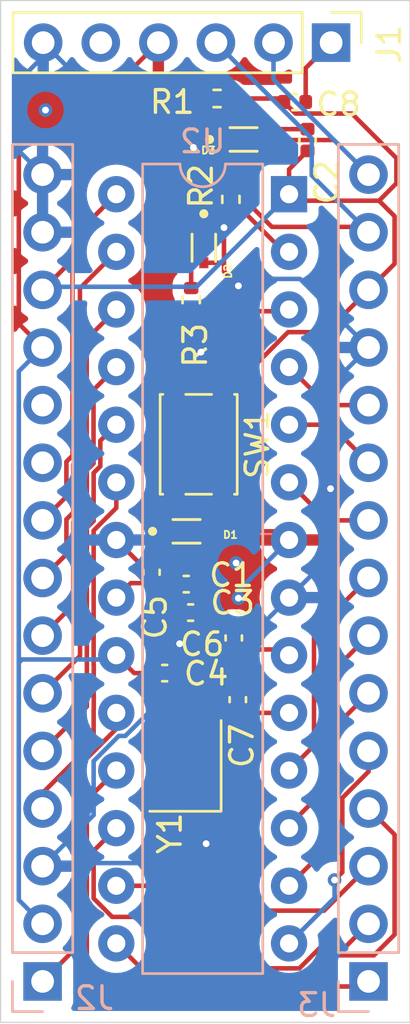
<source format=kicad_pcb>
(kicad_pcb (version 20240108) (generator "pcbnew") (generator_version "8.0")
  (layers (0 "F.Cu" signal) (31 "B.Cu" signal) (34 "B.Paste" user) (35 "F.Paste" user) (36 "B.SilkS" user "B.Silkscreen") (37 "F.SilkS" user "F.Silkscreen") (38 "B.Mask" user) (39 "F.Mask" user) (44 "Edge.Cuts" user))
  (net 0 "")
  (net 1 "+5V")
  (net 2 "GND")
  (net 3 "RESET")
  (net 4 "Net-(U2-AREF)")
  (net 5 "Net-(U2-XTAL1{slash}PB6)")
  (net 6 "Net-(U2-XTAL2{slash}PB7)")
  (net 7 "Net-(J1-Pin_1)")
  (net 8 "RX{slash}D0")
  (net 9 "TX{slash}D1")
  (net 11 "A2")
  (net 12 "D13")
  (net 13 "A3")
  (net 14 "A1")
  (net 15 "A0")
  (net 16 "A4")
  (net 17 "A5")
  (net 18 "D11")
  (net 19 "D2")
  (net 20 "D12")
  (net 21 "D9")
  (net 22 "D10")
  (net 23 "D6")
  (net 24 "D4")
  (net 25 "D5")
  (net 26 "D3")
  (net 27 "D8")
  (net 28 "D7")
  (net 29 "Net-(U2-PD0)")
  (net 30 "Net-(U2-PD1)")
  (footprint "Crystal:Crystal_SMD_SeikoEpson_TSX3225-4Pin_3.2x2.5mm" (layer "F.Cu") (at 112.9792 63.7286 90)
    (property "Reference" "Y1" (at -2.9718 -0.6858 -90) (layer "F.SilkS"))
    (property "Value" "X322516MLB4SI" (hide yes))
    (fp_line (start -2 -1.575) (end -2 1.575) (stroke (width 0.12)) (layer "F.SilkS"))
    (fp_line (start -2 1.575) (end 2 1.575) (stroke (width 0.12)) (layer "F.SilkS"))
    (pad "1" smd rect (at -1.1 0.8 90) (size 1.4 1.15) (layers "F.Cu" "F.Paste" "F.Mask") (net 6 "Net-(U2-XTAL2{slash}PB7)"))
    (pad "2" smd rect (at 1.1 0.8 90) (size 1.4 1.15) (layers "F.Cu" "F.Paste" "F.Mask") (net 2 "GND"))
    (pad "3" smd rect (at 1.1 -0.8 90) (size 1.4 1.15) (layers "F.Cu" "F.Paste" "F.Mask") (net 5 "Net-(U2-XTAL1{slash}PB6)"))
    (pad "4" smd rect (at -1.1 -0.8 90) (size 1.4 1.15) (layers "F.Cu" "F.Paste" "F.Mask") (net 2 "GND"))
  )
  (footprint "Capacitor_SMD:C_0402_1005Metric" (layer "F.Cu") (at 117.8052 34.4678)
    (property "Reference" "C8" (at 1.9304 0.1016 0) (layer "F.SilkS"))
    (property "Value" "0.1uF")
    (fp_line (start -0.107836 -0.36) (end 0.107836 -0.36) (stroke (width 0.12)) (layer "F.SilkS"))
    (fp_line (start -0.107836 0.36) (end 0.107836 0.36) (stroke (width 0.12)) (layer "F.SilkS"))
    (pad "1" smd roundrect (at -0.48 0) (size 0.56 0.62) (layers "F.Cu" "F.Paste" "F.Mask") (net 3 "RESET"))
    (pad "2" smd roundrect (at 0.48 0) (size 0.56 0.62) (layers "F.Cu" "F.Paste" "F.Mask") (net 7 "Net-(J1-Pin_1)"))
  )
  (footprint "huella y simbolos:TVS_LESD5D5.0CT1G" (layer "F.Cu") (at 113.792 40.894 -90)
    (property "Reference" "D2" (at 1.0414 -1.0668 90) (layer "F.SilkS") (effects (font (size 0.32 0.32))))
    (property "Value" "LESD5D5.0CT1G" (hide yes))
    (fp_line (start 0.6 0.52) (end -0.6 0.52) (stroke (width 0.127)) (layer "F.SilkS"))
    (fp_line (start -0.6 -0.52) (end 0.6 -0.52) (stroke (width 0.127)) (layer "F.SilkS"))
    (fp_circle (center -1.5 0) (end -1.4 0) (stroke (width 0.2)) (fill none) (layer "F.SilkS"))
    (pad "1" smd rect (at -0.66 0 270) (size 0.48 0.4) (layers "F.Cu" "F.Paste" "F.Mask") (net 8 "RX{slash}D0"))
    (pad "2" smd rect (at 0.66 0 270) (size 0.48 0.4) (layers "F.Cu" "F.Paste" "F.Mask") (net 2 "GND"))
  )
  (footprint "Capacitor_SMD:C_0402_1005Metric" (layer "F.Cu") (at 113.0172 55.7176 180)
    (property "Reference" "C1" (at -1.994 0.3964 180) (layer "F.SilkS"))
    (property "Value" "4.7uF")
    (fp_line (start -0.107836 0.36) (end 0.107836 0.36) (stroke (width 0.12)) (layer "F.SilkS"))
    (fp_line (start -0.107836 -0.36) (end 0.107836 -0.36) (stroke (width 0.12)) (layer "F.SilkS"))
    (pad "1" smd roundrect (at -0.48 0 180) (size 0.56 0.62) (layers "F.Cu" "F.Paste" "F.Mask") (net 1 "+5V"))
    (pad "2" smd roundrect (at 0.48 0 180) (size 0.56 0.62) (layers "F.Cu" "F.Paste" "F.Mask") (net 2 "GND"))
  )
  (footprint "Connector_PinHeader_2.54mm:PinHeader_1x06_P2.54mm_Vertical" (layer "F.Cu") (at 119.4054 31.8516 -90)
    (property "Reference" "J1" (at 0.0762 -2.5654 90) (layer "F.SilkS"))
    (property "Value" "Screw_Terminal_01x06" (hide yes))
    (fp_line (start -1.33 14.03) (end 1.33 14.03) (stroke (width 0.12)) (layer "F.SilkS"))
    (fp_line (start -1.33 1.27) (end -1.33 14.03) (stroke (width 0.12)) (layer "F.SilkS"))
    (fp_line (start -1.33 1.27) (end 1.33 1.27) (stroke (width 0.12)) (layer "F.SilkS"))
    (fp_line (start 1.33 1.27) (end 1.33 14.03) (stroke (width 0.12)) (layer "F.SilkS"))
    (fp_line (start -1.33 0) (end -1.33 -1.33) (stroke (width 0.12)) (layer "F.SilkS"))
    (fp_line (start -1.33 -1.33) (end 0 -1.33) (stroke (width 0.12)) (layer "F.SilkS"))
    (pad "1" thru_hole rect (at 0 0 270) (size 1.7 1.7) (drill 1) (layers "*.Cu" "*.Mask") (net 7 "Net-(J1-Pin_1)"))
    (pad "2" thru_hole oval (at 0 2.54 270) (size 1.7 1.7) (drill 1) (layers "*.Cu" "*.Mask") (net 9 "TX{slash}D1"))
    (pad "3" thru_hole oval (at 0 5.08 270) (size 1.7 1.7) (drill 1) (layers "*.Cu" "*.Mask") (net 8 "RX{slash}D0"))
    (pad "4" thru_hole oval (at 0 7.62 270) (size 1.7 1.7) (drill 1) (layers "*.Cu" "*.Mask") (net 1 "+5V"))
    (pad "5" thru_hole oval (at 0 10.16 270) (size 1.7 1.7) (drill 1) (layers "*.Cu" "*.Mask"))
    (pad "6" thru_hole oval (at 0 12.7 270) (size 1.7 1.7) (drill 1) (layers "*.Cu" "*.Mask") (net 2 "GND"))
  )
  (footprint "Resistor_SMD:R_0402_1005Metric" (layer "F.Cu") (at 114.9858 38.7604 90)
    (property "Reference" "R2" (at 0.5842 -1.3208 -90) (layer "F.SilkS"))
    (property "Value" "1K")
    (fp_line (start -0.153641 -0.38) (end 0.153641 -0.38) (stroke (width 0.12)) (layer "F.SilkS"))
    (fp_line (start -0.153641 0.38) (end 0.153641 0.38) (stroke (width 0.12)) (layer "F.SilkS"))
    (pad "1" smd roundrect (at -0.51 0 90) (size 0.54 0.64) (layers "F.Cu" "F.Paste" "F.Mask") (net 29 "Net-(U2-PD0)"))
    (pad "2" smd roundrect (at 0.51 0 90) (size 0.54 0.64) (layers "F.Cu" "F.Paste" "F.Mask") (net 8 "RX{slash}D0"))
  )
  (footprint "Resistor_SMD:R_0402_1005Metric" (layer "F.Cu") (at 113.2332 43.18 90)
    (property "Reference" "R3" (at -2.0086 0.1778 -90) (layer "F.SilkS"))
    (property "Value" "1K")
    (fp_line (start -0.153641 -0.38) (end 0.153641 -0.38) (stroke (width 0.12)) (layer "F.SilkS"))
    (fp_line (start -0.153641 0.38) (end 0.153641 0.38) (stroke (width 0.12)) (layer "F.SilkS"))
    (pad "1" smd roundrect (at -0.51 0 90) (size 0.54 0.64) (layers "F.Cu" "F.Paste" "F.Mask") (net 30 "Net-(U2-PD1)"))
    (pad "2" smd roundrect (at 0.51 0 90) (size 0.54 0.64) (layers "F.Cu" "F.Paste" "F.Mask") (net 9 "TX{slash}D1"))
  )
  (footprint "Capacitor_SMD:C_0402_1005Metric" (layer "F.Cu") (at 118.364 36.1442 -90)
    (property "Reference" "C2" (at 1.8542 -0.8636 90) (layer "F.SilkS"))
    (property "Value" "0.1uF")
    (fp_line (start -0.107836 0.36) (end 0.107836 0.36) (stroke (width 0.12)) (layer "F.SilkS"))
    (fp_line (start -0.107836 -0.36) (end 0.107836 -0.36) (stroke (width 0.12)) (layer "F.SilkS"))
    (pad "1" smd roundrect (at -0.48 0 270) (size 0.56 0.62) (layers "F.Cu" "F.Paste" "F.Mask") (net 2 "GND"))
    (pad "2" smd roundrect (at 0.48 0 270) (size 0.56 0.62) (layers "F.Cu" "F.Paste" "F.Mask") (net 3 "RESET"))
  )
  (footprint "Button_Switch_SMD:SW_SPST_PTS810" (layer "F.Cu") (at 113.5634 49.5554 90)
    (property "Reference" "SW1" (at 0 2.5908 -90) (layer "F.SilkS"))
    (property "Value" "PTS810")
    (fp_line (start 2.2 -1.7) (end -2.2 -1.7) (stroke (width 0.12)) (layer "F.SilkS"))
    (fp_line (start -2.2 -1.7) (end -2.2 -1.58) (stroke (width 0.12)) (layer "F.SilkS"))
    (fp_line (start 2.2 -1.58) (end 2.2 -1.7) (stroke (width 0.12)) (layer "F.SilkS"))
    (fp_line (start -2.2 -0.57) (end -2.2 0.57) (stroke (width 0.12)) (layer "F.SilkS"))
    (fp_line (start 2.2 0.57) (end 2.2 -0.57) (stroke (width 0.12)) (layer "F.SilkS"))
    (fp_line (start -2.2 1.58) (end -2.2 1.7) (stroke (width 0.12)) (layer "F.SilkS"))
    (fp_line (start 2.2 1.7) (end 2.2 1.58) (stroke (width 0.12)) (layer "F.SilkS"))
    (fp_line (start -2.2 1.7) (end 2.2 1.7) (stroke (width 0.12)) (layer "F.SilkS"))
    (pad "1" smd rect (at -2.075 -1.075 90) (size 1.05 0.65) (layers "F.Cu" "F.Paste" "F.Mask") (net 2 "GND"))
    (pad "1" smd rect (at 2.075 -1.075 90) (size 1.05 0.65) (layers "F.Cu" "F.Paste" "F.Mask") (net 2 "GND"))
    (pad "2" smd rect (at -2.075 1.075 90) (size 1.05 0.65) (layers "F.Cu" "F.Paste" "F.Mask") (net 3 "RESET"))
    (pad "2" smd rect (at 2.075 1.075 90) (size 1.05 0.65) (layers "F.Cu" "F.Paste" "F.Mask") (net 3 "RESET"))
  )
  (footprint "Capacitor_SMD:C_0402_1005Metric" (layer "F.Cu") (at 113.2104 56.9722 180)
    (property "Reference" "C3" (at -1.8516 0.4318 180) (layer "F.SilkS"))
    (property "Value" "1uF")
    (fp_line (start -0.107836 0.36) (end 0.107836 0.36) (stroke (width 0.12)) (layer "F.SilkS"))
    (fp_line (start -0.107836 -0.36) (end 0.107836 -0.36) (stroke (width 0.12)) (layer "F.SilkS"))
    (pad "1" smd roundrect (at -0.48 0 180) (size 0.56 0.62) (layers "F.Cu" "F.Paste" "F.Mask") (net 1 "+5V"))
    (pad "2" smd roundrect (at 0.48 0 180) (size 0.56 0.62) (layers "F.Cu" "F.Paste" "F.Mask") (net 2 "GND"))
  )
  (footprint "Resistor_SMD:R_0402_1005Metric" (layer "F.Cu") (at 114.3762 34.3154)
    (property "Reference" "R1" (at -1.9812 0.1524 0) (layer "F.SilkS"))
    (property "Value" "10k")
    (fp_line (start -0.153641 -0.38) (end 0.153641 -0.38) (stroke (width 0.12)) (layer "F.SilkS"))
    (fp_line (start -0.153641 0.38) (end 0.153641 0.38) (stroke (width 0.12)) (layer "F.SilkS"))
    (pad "1" smd roundrect (at -0.51 0) (size 0.54 0.64) (layers "F.Cu" "F.Paste" "F.Mask") (net 1 "+5V"))
    (pad "2" smd roundrect (at 0.51 0) (size 0.54 0.64) (layers "F.Cu" "F.Paste" "F.Mask") (net 3 "RESET"))
  )
  (footprint "Capacitor_SMD:C_0402_1005Metric" (layer "F.Cu") (at 115.1128 58.0898 90)
    (property "Reference" "C6" (at -0.2794 -1.397 0) (layer "F.SilkS"))
    (property "Value" "22pF")
    (fp_line (start -0.107836 -0.36) (end 0.107836 -0.36) (stroke (width 0.12)) (layer "F.SilkS"))
    (fp_line (start -0.107836 0.36) (end 0.107836 0.36) (stroke (width 0.12)) (layer "F.SilkS"))
    (pad "1" smd roundrect (at -0.48 0 90) (size 0.56 0.62) (layers "F.Cu" "F.Paste" "F.Mask") (net 5 "Net-(U2-XTAL1{slash}PB6)"))
    (pad "2" smd roundrect (at 0.48 0 90) (size 0.56 0.62) (layers "F.Cu" "F.Paste" "F.Mask") (net 2 "GND"))
  )
  (footprint "Capacitor_SMD:C_0402_1005Metric" (layer "F.Cu") (at 112.0648 59.6392)
    (property "Reference" "C4" (at 1.8288 0.0254 0) (layer "F.SilkS"))
    (property "Value" "1uF")
    (fp_line (start -0.107836 -0.36) (end 0.107836 -0.36) (stroke (width 0.12)) (layer "F.SilkS"))
    (fp_line (start -0.107836 0.36) (end 0.107836 0.36) (stroke (width 0.12)) (layer "F.SilkS"))
    (pad "1" smd roundrect (at -0.48 0) (size 0.56 0.62) (layers "F.Cu" "F.Paste" "F.Mask") (net 1 "+5V"))
    (pad "2" smd roundrect (at 0.48 0) (size 0.56 0.62) (layers "F.Cu" "F.Paste" "F.Mask") (net 2 "GND"))
  )
  (footprint "huella y simbolos:TVS_LESD5D5.0CT1G" (layer "F.Cu") (at 115.5446 36.1188)
    (property "Reference" "D3" (at -1.5494 0.4826 0) (layer "F.SilkS") (effects (font (size 0.32 0.32) (thickness 0.08))))
    (property "Value" "LESD5D5.0CT1G" (hide yes))
    (fp_line (start -0.6 -0.52) (end 0.6 -0.52) (stroke (width 0.127)) (layer "F.SilkS"))
    (fp_line (start 0.6 0.52) (end -0.6 0.52) (stroke (width 0.127)) (layer "F.SilkS"))
    (fp_circle (center -1.5 0) (end -1.4 0) (stroke (width 0.2)) (fill none) (layer "F.SilkS"))
    (pad "1" smd rect (at -0.66 0) (size 0.48 0.4) (layers "F.Cu" "F.Paste" "F.Mask") (net 2 "GND"))
    (pad "2" smd rect (at 0.66 0) (size 0.48 0.4) (layers "F.Cu" "F.Paste" "F.Mask") (net 9 "TX{slash}D1"))
  )
  (footprint "huella y simbolos:TVS_LESD5D5.0CT1G" (layer "F.Cu") (at 113.0304 53.3908)
    (property "Reference" "D1" (at 1.9304 0.1524 0) (layer "F.SilkS") (effects (font (size 0.32 0.32) (thickness 0.08))))
    (property "Value" "LESD5D5.0CT1G" (hide yes))
    (fp_line (start -0.6 -0.52) (end 0.6 -0.52) (stroke (width 0.127)) (layer "F.SilkS"))
    (fp_line (start 0.6 0.52) (end -0.6 0.52) (stroke (width 0.127)) (layer "F.SilkS"))
    (fp_circle (center -1.5 0) (end -1.4 0) (stroke (width 0.2)) (fill none) (layer "F.SilkS"))
    (pad "1" smd rect (at -0.66 0) (size 0.48 0.4) (layers "F.Cu" "F.Paste" "F.Mask") (net 2 "GND"))
    (pad "2" smd rect (at 0.66 0) (size 0.48 0.4) (layers "F.Cu" "F.Paste" "F.Mask") (net 1 "+5V"))
  )
  (footprint "Capacitor_SMD:C_0402_1005Metric" (layer "F.Cu") (at 111.4806 55.1942 -90)
    (property "Reference" "C5" (at 1.9812 -0.1524 90) (layer "F.SilkS"))
    (property "Value" "100 nF")
    (fp_line (start -0.107836 0.36) (end 0.107836 0.36) (stroke (width 0.12)) (layer "F.SilkS"))
    (fp_line (start -0.107836 -0.36) (end 0.107836 -0.36) (stroke (width 0.12)) (layer "F.SilkS"))
    (pad "1" smd roundrect (at -0.48 0 270) (size 0.56 0.62) (layers "F.Cu" "F.Paste" "F.Mask") (net 2 "GND"))
    (pad "2" smd roundrect (at 0.48 0 270) (size 0.56 0.62) (layers "F.Cu" "F.Paste" "F.Mask") (net 4 "Net-(U2-AREF)"))
  )
  (footprint "Capacitor_SMD:C_0402_1005Metric" (layer "F.Cu") (at 115.2906 60.8076 90)
    (property "Reference" "C7" (at -2.032 0.1778 -90) (layer "F.SilkS"))
    (property "Value" "22pF")
    (fp_line (start -0.107836 -0.36) (end 0.107836 -0.36) (stroke (width 0.12)) (layer "F.SilkS"))
    (fp_line (start -0.107836 0.36) (end 0.107836 0.36) (stroke (width 0.12)) (layer "F.SilkS"))
    (pad "1" smd roundrect (at -0.48 0 90) (size 0.56 0.62) (layers "F.Cu" "F.Paste" "F.Mask") (net 6 "Net-(U2-XTAL2{slash}PB7)"))
    (pad "2" smd roundrect (at 0.48 0 90) (size 0.56 0.62) (layers "F.Cu" "F.Paste" "F.Mask") (net 2 "GND"))
  )
  (footprint "Connector_PinHeader_2.54mm:PinHeader_1x15_P2.54mm_Vertical" (layer "B.Cu") (at 121.0564 73.2282)
    (property "Reference" "J3" (at -2.286 1.0414 0) (layer "B.SilkS") (effects (justify mirror)))
    (property "Value" "Screw_Terminal_01x15" (hide yes))
    (fp_line (start -1.33 -36.89) (end -1.33 -1.27) (stroke (width 0.12)) (layer "B.SilkS"))
    (fp_line (start -1.33 1.33) (end -1.33 0) (stroke (width 0.12)) (layer "B.SilkS"))
    (fp_line (start 0 1.33) (end -1.33 1.33) (stroke (width 0.12)) (layer "B.SilkS"))
    (fp_line (start 1.33 -36.89) (end -1.33 -36.89) (stroke (width 0.12)) (layer "B.SilkS"))
    (fp_line (start 1.33 -36.89) (end 1.33 -1.27) (stroke (width 0.12)) (layer "B.SilkS"))
    (fp_line (start 1.33 -1.27) (end -1.33 -1.27) (stroke (width 0.12)) (layer "B.SilkS"))
    (pad "1" thru_hole rect (at 0 0) (size 1.7 1.7) (drill 1) (layers "*.Cu" "*.Mask") (net 20 "D12"))
    (pad "2" thru_hole oval (at 0 -2.54) (size 1.7 1.7) (drill 1) (layers "*.Cu" "*.Mask") (net 18 "D11"))
    (pad "3" thru_hole oval (at 0 -5.08) (size 1.7 1.7) (drill 1) (layers "*.Cu" "*.Mask") (net 22 "D10"))
    (pad "4" thru_hole oval (at 0 -7.62) (size 1.7 1.7) (drill 1) (layers "*.Cu" "*.Mask") (net 21 "D9"))
    (pad "5" thru_hole oval (at 0 -10.16) (size 1.7 1.7) (drill 1) (layers "*.Cu" "*.Mask") (net 27 "D8"))
    (pad "6" thru_hole oval (at 0 -12.7) (size 1.7 1.7) (drill 1) (layers "*.Cu" "*.Mask") (net 28 "D7"))
    (pad "7" thru_hole oval (at 0 -15.24) (size 1.7 1.7) (drill 1) (layers "*.Cu" "*.Mask") (net 23 "D6"))
    (pad "8" thru_hole oval (at 0 -17.78) (size 1.7 1.7) (drill 1) (layers "*.Cu" "*.Mask") (net 25 "D5"))
    (pad "9" thru_hole oval (at 0 -20.32) (size 1.7 1.7) (drill 1) (layers "*.Cu" "*.Mask") (net 24 "D4"))
    (pad "10" thru_hole oval (at 0 -22.86) (size 1.7 1.7) (drill 1) (layers "*.Cu" "*.Mask") (net 26 "D3"))
    (pad "11" thru_hole oval (at 0 -25.4) (size 1.7 1.7) (drill 1) (layers "*.Cu" "*.Mask") (net 19 "D2"))
    (pad "12" thru_hole oval (at 0 -27.94) (size 1.7 1.7) (drill 1) (layers "*.Cu" "*.Mask") (net 2 "GND"))
    (pad "13" thru_hole oval (at 0 -30.48) (size 1.7 1.7) (drill 1) (layers "*.Cu" "*.Mask") (net 3 "RESET"))
    (pad "14" thru_hole oval (at 0 -33.02) (size 1.7 1.7) (drill 1) (layers "*.Cu" "*.Mask") (net 8 "RX{slash}D0"))
    (pad "15" thru_hole oval (at 0 -35.56) (size 1.7 1.7) (drill 1) (layers "*.Cu" "*.Mask") (net 9 "TX{slash}D1"))
  )
  (footprint "Connector_PinHeader_2.54mm:PinHeader_1x15_P2.54mm_Vertical" (layer "B.Cu") (at 106.68 73.2282)
    (property "Reference" "J2" (at 2.286 0.7366 0) (layer "B.SilkS") (effects (justify mirror)))
    (property "Value" "Screw_Terminal_01x15" (hide yes))
    (fp_line (start -1.33 -36.89) (end -1.33 -1.27) (stroke (width 0.12)) (layer "B.SilkS"))
    (fp_line (start -1.33 1.33) (end -1.33 0) (stroke (width 0.12)) (layer "B.SilkS"))
    (fp_line (start 0 1.33) (end -1.33 1.33) (stroke (width 0.12)) (layer "B.SilkS"))
    (fp_line (start 1.33 -36.89) (end -1.33 -36.89) (stroke (width 0.12)) (layer "B.SilkS"))
    (fp_line (start 1.33 -36.89) (end 1.33 -1.27) (stroke (width 0.12)) (layer "B.SilkS"))
    (fp_line (start 1.33 -1.27) (end -1.33 -1.27) (stroke (width 0.12)) (layer "B.SilkS"))
    (pad "1" thru_hole rect (at 0 0) (size 1.7 1.7) (drill 1) (layers "*.Cu" "*.Mask") (net 12 "D13"))
    (pad "2" thru_hole oval (at 0 -2.54) (size 1.7 1.7) (drill 1) (layers "*.Cu" "*.Mask") (net 1 "+5V"))
    (pad "3" thru_hole oval (at 0 -5.08) (size 1.7 1.7) (drill 1) (layers "*.Cu" "*.Mask") (net 2 "GND"))
    (pad "4" thru_hole oval (at 0 -7.62) (size 1.7 1.7) (drill 1) (layers "*.Cu" "*.Mask") (net 15 "A0"))
    (pad "5" thru_hole oval (at 0 -10.16) (size 1.7 1.7) (drill 1) (layers "*.Cu" "*.Mask") (net 14 "A1"))
    (pad "6" thru_hole oval (at 0 -12.7) (size 1.7 1.7) (drill 1) (layers "*.Cu" "*.Mask") (net 11 "A2"))
    (pad "7" thru_hole oval (at 0 -15.24) (size 1.7 1.7) (drill 1) (layers "*.Cu" "*.Mask") (net 13 "A3"))
    (pad "8" thru_hole oval (at 0 -17.78) (size 1.7 1.7) (drill 1) (layers "*.Cu" "*.Mask") (net 16 "A4"))
    (pad "9" thru_hole oval (at 0 -20.32) (size 1.7 1.7) (drill 1) (layers "*.Cu" "*.Mask") (net 17 "A5"))
    (pad "10" thru_hole oval (at 0 -22.86) (size 1.7 1.7) (drill 1) (layers "*.Cu" "*.Mask"))
    (pad "11" thru_hole oval (at 0 -25.4) (size 1.7 1.7) (drill 1) (layers "*.Cu" "*.Mask"))
    (pad "12" thru_hole oval (at 0 -27.94) (size 1.7 1.7) (drill 1) (layers "*.Cu" "*.Mask") (net 1 "+5V"))
    (pad "13" thru_hole oval (at 0 -30.48) (size 1.7 1.7) (drill 1) (layers "*.Cu" "*.Mask") (net 3 "RESET"))
    (pad "14" thru_hole oval (at 0 -33.02) (size 1.7 1.7) (drill 1) (layers "*.Cu" "*.Mask") (net 2 "GND"))
    (pad "15" thru_hole oval (at 0 -35.56) (size 1.7 1.7) (drill 1) (layers "*.Cu" "*.Mask") (net 2 "GND"))
  )
  (footprint "Package_DIP:DIP-28_W7.62mm" (layer "B.Cu") (at 117.5512 38.5318 180)
    (property "Reference" "U2" (at 3.81 2.33 180) (layer "B.SilkS") (effects (justify mirror)))
    (property "Value" "ATmega328P-P" (hide yes))
    (fp_line (start 6.46 1.33) (end 6.46 -34.35) (stroke (width 0.12)) (layer "B.SilkS"))
    (fp_line (start 6.46 -34.35) (end 1.16 -34.35) (stroke (width 0.12)) (layer "B.SilkS"))
    (fp_line (start 4.81 1.33) (end 6.46 1.33) (stroke (width 0.12)) (layer "B.SilkS"))
    (fp_line (start 1.16 1.33) (end 2.81 1.33) (stroke (width 0.12)) (layer "B.SilkS"))
    (fp_line (start 1.16 -34.35) (end 1.16 1.33) (stroke (width 0.12)) (layer "B.SilkS"))
    (fp_arc (start 2.81 1.33) (mid 3.81 0.33) (end 4.81 1.33) (stroke (width 0.12)) (layer "B.SilkS"))
    (pad "1" thru_hole rect (at 0 0 180) (size 1.6 1.6) (drill 0.8) (layers "*.Cu" "*.Mask") (net 3 "RESET"))
    (pad "2" thru_hole oval (at 0 -2.54 180) (size 1.6 1.6) (drill 0.8) (layers "*.Cu" "*.Mask") (net 29 "Net-(U2-PD0)"))
    (pad "3" thru_hole oval (at 0 -5.08 180) (size 1.6 1.6) (drill 0.8) (layers "*.Cu" "*.Mask") (net 30 "Net-(U2-PD1)"))
    (pad "4" thru_hole oval (at 0 -7.62 180) (size 1.6 1.6) (drill 0.8) (layers "*.Cu" "*.Mask") (net 19 "D2"))
    (pad "5" thru_hole oval (at 0 -10.16 180) (size 1.6 1.6) (drill 0.8) (layers "*.Cu" "*.Mask") (net 26 "D3"))
    (pad "6" thru_hole oval (at 0 -12.7 180) (size 1.6 1.6) (drill 0.8) (layers "*.Cu" "*.Mask") (net 24 "D4"))
    (pad "7" thru_hole oval (at 0 -15.24 180) (size 1.6 1.6) (drill 0.8) (layers "*.Cu" "*.Mask") (net 1 "+5V"))
    (pad "8" thru_hole oval (at 0 -17.78 180) (size 1.6 1.6) (drill 0.8) (layers "*.Cu" "*.Mask") (net 2 "GND"))
    (pad "9" thru_hole oval (at 0 -20.32 180) (size 1.6 1.6) (drill 0.8) (layers "*.Cu" "*.Mask") (net 5 "Net-(U2-XTAL1{slash}PB6)"))
    (pad "10" thru_hole oval (at 0 -22.86 180) (size 1.6 1.6) (drill 0.8) (layers "*.Cu" "*.Mask") (net 6 "Net-(U2-XTAL2{slash}PB7)"))
    (pad "11" thru_hole oval (at 0 -25.4 180) (size 1.6 1.6) (drill 0.8) (layers "*.Cu" "*.Mask") (net 25 "D5"))
    (pad "12" thru_hole oval (at 0 -27.94 180) (size 1.6 1.6) (drill 0.8) (layers "*.Cu" "*.Mask") (net 23 "D6"))
    (pad "13" thru_hole oval (at 0 -30.48 180) (size 1.6 1.6) (drill 0.8) (layers "*.Cu" "*.Mask") (net 28 "D7"))
    (pad "14" thru_hole oval (at 0 -33.02 180) (size 1.6 1.6) (drill 0.8) (layers "*.Cu" "*.Mask") (net 27 "D8"))
    (pad "15" thru_hole oval (at 7.62 -33.02 180) (size 1.6 1.6) (drill 0.8) (layers "*.Cu" "*.Mask") (net 21 "D9"))
    (pad "16" thru_hole oval (at 7.62 -30.48 180) (size 1.6 1.6) (drill 0.8) (layers "*.Cu" "*.Mask") (net 22 "D10"))
    (pad "17" thru_hole oval (at 7.62 -27.94 180) (size 1.6 1.6) (drill 0.8) (layers "*.Cu" "*.Mask") (net 18 "D11"))
    (pad "18" thru_hole oval (at 7.62 -25.4 180) (size 1.6 1.6) (drill 0.8) (layers "*.Cu" "*.Mask") (net 20 "D12"))
    (pad "19" thru_hole oval (at 7.62 -22.86 180) (size 1.6 1.6) (drill 0.8) (layers "*.Cu" "*.Mask") (net 12 "D13"))
    (pad "20" thru_hole oval (at 7.62 -20.32 180) (size 1.6 1.6) (drill 0.8) (layers "*.Cu" "*.Mask") (net 1 "+5V"))
    (pad "21" thru_hole oval (at 7.62 -17.78 180) (size 1.6 1.6) (drill 0.8) (layers "*.Cu" "*.Mask") (net 4 "Net-(U2-AREF)"))
    (pad "22" thru_hole oval (at 7.62 -15.24 180) (size 1.6 1.6) (drill 0.8) (layers "*.Cu" "*.Mask") (net 2 "GND"))
    (pad "23" thru_hole oval (at 7.62 -12.7 180) (size 1.6 1.6) (drill 0.8) (layers "*.Cu" "*.Mask") (net 15 "A0"))
    (pad "24" thru_hole oval (at 7.62 -10.16 180) (size 1.6 1.6) (drill 0.8) (layers "*.Cu" "*.Mask") (net 14 "A1"))
    (pad "25" thru_hole oval (at 7.62 -7.62 180) (size 1.6 1.6) (drill 0.8) (layers "*.Cu" "*.Mask") (net 11 "A2"))
    (pad "26" thru_hole oval (at 7.62 -5.08 180) (size 1.6 1.6) (drill 0.8) (layers "*.Cu" "*.Mask") (net 13 "A3"))
    (pad "27" thru_hole oval (at 7.62 -2.54 180) (size 1.6 1.6) (drill 0.8) (layers "*.Cu" "*.Mask") (net 16 "A4"))
    (pad "28" thru_hole oval (at 7.62 0 180) (size 1.6 1.6) (drill 0.8) (layers "*.Cu" "*.Mask") (net 17 "A5"))
  )
  (gr_rect (start 104.8258 29.9974) (end 122.8852 75.0316) (stroke (width 0.05)) (fill none) (layer "Edge.Cuts"))
  (segment (start 117.5512 53.7718) (end 117.1702 53.3908) (width 0.2) (layer "F.Cu") (net 1))
  (segment (start 111.5848 59.6392) (end 110.7186 59.6392) (width 0.2) (layer "F.Cu") (net 1))
  (segment (start 113.6904 56.9722) (end 114.681 56.9722) (width 0.2) (layer "F.Cu") (net 1))
  (segment (start 111.5848 60.3276) (end 111.8108 60.5536) (width 0.2) (layer "F.Cu") (net 1))
  (segment (start 116.1034 57.785) (end 116.1034 57.1246) (width 0.2) (layer "F.Cu") (net 1))
  (segment (start 111.5848 59.6392) (end 111.5848 60.3276) (width 0.2) (layer "F.Cu") (net 1))
  (segment (start 114.798086 58.0898) (end 115.7986 58.0898) (width 0.2) (layer "F.Cu") (net 1))
  (segment (start 115.7986 58.0898) (end 116.1034 57.785) (width 0.2) (layer "F.Cu") (net 1))
  (segment (start 113.6904 56.3118) (end 115.2144 54.7878) (width 0.2) (layer "F.Cu") (net 1))
  (segment (start 106.68 45.2882) (end 105.63 44.2382) (width 0.2) (layer "F.Cu") (net 1))
  (segment (start 105.63 36.0004) (end 106.807 34.8234) (width 0.2) (layer "F.Cu") (net 1))
  (segment (start 111.7854 31.8516) (end 108.8136 34.8234) (width 0.2) (layer "F.Cu") (net 1))
  (segment (start 113.9952 59.5249) (end 113.9952 58.892686) (width 0.2) (layer "F.Cu") (net 1))
  (segment (start 108.8136 34.8234) (end 106.807 34.8234) (width 0.2) (layer "F.Cu") (net 1))
  (segment (start 112.9665 60.5536) (end 113.9952 59.5249) (width 0.2) (layer "F.Cu") (net 1))
  (segment (start 115.6054 55.7176) (end 117.5512 53.7718) (width 0.2) (layer "F.Cu") (net 1))
  (segment (start 117.1702 53.3908) (end 113.6904 53.3908) (width 0.2) (layer "F.Cu") (net 1))
  (segment (start 113.9952 58.892686) (end 114.798086 58.0898) (width 0.2) (layer "F.Cu") (net 1))
  (segment (start 116.1034 57.1246) (end 115.316 56.3372) (width 0.2) (layer "F.Cu") (net 1))
  (segment (start 111.8108 60.5536) (end 112.9665 60.5536) (width 0.2) (layer "F.Cu") (net 1))
  (segment (start 113.4972 55.7176) (end 115.6054 55.7176) (width 0.2) (layer "F.Cu") (net 1))
  (segment (start 113.6904 56.9722) (end 113.6904 56.3118) (width 0.2) (layer "F.Cu") (net 1))
  (segment (start 114.681 56.9722) (end 115.316 56.3372) (width 0.2) (layer "F.Cu") (net 1))
  (segment (start 105.63 44.2382) (end 105.63 36.0004) (width 0.2) (layer "F.Cu") (net 1))
  (segment (start 110.7186 59.6392) (end 109.9312 58.8518) (width 0.2) (layer "F.Cu") (net 1))
  (via (at 106.807 34.8234) (size 0.6) (drill 0.3) (layers "F.Cu" "B.Cu") (net 1))
  (via (at 115.316 56.3372) (size 0.6) (drill 0.3) (layers "F.Cu" "B.Cu") (net 1))
  (via (at 115.2144 54.7878) (size 0.6) (drill 0.3) (layers "F.Cu" "B.Cu") (net 1))
  (segment (start 115.316 56.007) (end 117.5512 53.7718) (width 0.2) (layer "B.Cu") (net 1))
  (segment (start 105.7738 59.0382) (end 105.63 59.182) (width 0.2) (layer "B.Cu") (net 1))
  (segment (start 106.68 70.6882) (end 105.63 69.6382) (width 0.2) (layer "B.Cu") (net 1))
  (segment (start 109.7448 59.0382) (end 105.7738 59.0382) (width 0.2) (layer "B.Cu") (net 1))
  (segment (start 115.316 56.3372) (end 115.316 56.007) (width 0.2) (layer "B.Cu") (net 1))
  (segment (start 109.9312 58.8518) (end 109.7448 59.0382) (width 0.2) (layer "B.Cu") (net 1))
  (segment (start 105.63 59.182) (end 105.63 46.3382) (width 0.2) (layer "B.Cu") (net 1))
  (segment (start 105.63 46.3382) (end 106.68 45.2882) (width 0.2) (layer "B.Cu") (net 1))
  (segment (start 105.63 69.6382) (end 105.63 59.182) (width 0.2) (layer "B.Cu") (net 1))
  (segment (start 114.8846 36.1188) (end 113.6904 36.1188) (width 0.2) (layer "F.Cu") (net 2))
  (segment (start 112.1792 64.8286) (end 112.1792 65.4432) (width 0.2) (layer "F.Cu") (net 2))
  (segment (start 113.792 41.554) (end 114.681 41.554) (width 0.2) (layer "F.Cu") (net 2))
  (segment (start 114.681 41.554) (end 114.681 40.005) (width 0.2) (layer "F.Cu") (net 2))
  (segment (start 112.7304 57.5616) (end 112.7304 56.9722) (width 0.2) (layer "F.Cu") (net 2))
  (segment (start 115.2906 60.3276) (end 113.7792 61.839) (width 0.2) (layer "F.Cu") (net 2))
  (segment (start 112.4884 46.668) (end 113.665 45.4914) (width 0.2) (layer "F.Cu") (net 2))
  (segment (start 118.364 35.6642) (end 115.3392 35.6642) (width 0.2) (layer "F.Cu") (net 2))
  (segment (start 112.4884 51.6304) (end 112.4884 52.8402) (width 0.2) (layer "F.Cu") (net 2))
  (segment (start 112.5372 55.7176) (end 112.484 55.7176) (width 0.2) (layer "F.Cu") (net 2))
  (segment (start 111.4806 54.7142) (end 110.8736 54.7142) (width 0.2) (layer "F.Cu") (net 2))
  (segment (start 114.681 40.005) (end 114.681 41.9354) (width 0.2) (layer "F.Cu") (net 2))
  (segment (start 112.4884 47.4804) (end 112.4884 51.6304) (width 0.2) (layer "F.Cu") (net 2))
  (segment (start 112.484 55.7176) (end 111.4806 54.7142) (width 0.2) (layer "F.Cu") (net 2))
  (segment (start 112.5448 59.6392) (end 112.7252 59.4588) (width 0.2) (layer "F.Cu") (net 2))
  (segment (start 112.7786 57.6098) (end 112.7304 57.5616) (width 0.2) (layer "F.Cu") (net 2))
  (segment (start 110.8736 54.7142) (end 109.9312 53.7718) (width 0.2) (layer "F.Cu") (net 2))
  (segment (start 112.7252 59.4588) (end 112.7252 58.3438) (width 0.2) (layer "F.Cu") (net 2))
  (segment (start 113.7792 63.2286) (end 112.1792 64.8286) (width 0.2) (layer "F.Cu") (net 2))
  (segment (start 112.3696 53.8252) (end 111.4806 54.7142) (width 0.2) (layer "F.Cu") (net 2))
  (segment (start 112.7252 58.3438) (end 112.7252 55.9056) (width 0.2) (layer "F.Cu") (net 2))
  (segment (start 114.681 41.9354) (end 115.316 42.5704) (width 0.2) (layer "F.Cu") (net 2))
  (segment (start 115.3392 35.6642) (end 114.8846 36.1188) (width 0.2) (layer "F.Cu") (net 2))
  (segment (start 113.7792 61.839) (end 113.7792 63.2286) (width 0.2) (layer "F.Cu") (net 2))
  (segment (start 112.4884 52.8402) (end 112.3696 52.959) (width 0.2) (layer "F.Cu") (net 2))
  (segment (start 112.1792 65.4432) (end 113.8936 67.1576) (width 0.2) (layer "F.Cu") (net 2))
  (segment (start 113.6904 36.1188) (end 113.3348 36.4744) (width 0.2) (layer "F.Cu") (net 2))
  (segment (start 112.7252 55.9056) (end 112.5372 55.7176) (width 0.2) (layer "F.Cu") (net 2))
  (segment (start 112.3696 52.959) (end 112.3696 53.8252) (width 0.2) (layer "F.Cu") (net 2))
  (segment (start 112.4884 47.4804) (end 112.4884 46.668) (width 0.2) (layer "F.Cu") (net 2))
  (segment (start 115.1128 57.6098) (end 112.7786 57.6098) (width 0.2) (layer "F.Cu") (net 2))
  (via (at 112.7252 58.3438) (size 0.6) (drill 0.3) (layers "F.Cu" "B.Cu") (net 2))
  (via (at 113.665 45.4914) (size 0.6) (drill 0.3) (layers "F.Cu" "B.Cu") (net 2))
  (via (at 113.8936 67.1576) (size 0.6) (drill 0.3) (layers "F.Cu" "B.Cu") (net 2))
  (via (at 119.38 51.5112) (size 0.6) (drill 0.3) (layers "F.Cu" "B.Cu") (net 2))
  (via (at 113.3348 36.4744) (size 0.6) (drill 0.3) (layers "F.Cu" "B.Cu") (net 2))
  (via (at 114.681 40.005) (size 0.6) (drill 0.3) (layers "F.Cu" "B.Cu") (net 2))
  (via (at 115.316 42.5704) (size 0.6) (drill 0.3) (layers "F.Cu" "B.Cu") (net 2))
  (segment (start 106.68 68.1482) (end 108.9312 65.897) (width 0.2) (layer "B.Cu") (net 2))
  (segment (start 110.329414 62.4078) (end 112.7252 60.012014) (width 0.2) (layer "B.Cu") (net 2))
  (segment (start 119.38 54.483) (end 119.38 51.5112) (width 0.2) (layer "B.Cu") (net 2))
  (segment (start 105.6386 36.6268) (end 106.68 37.6682) (width 0.2) (layer "B.Cu") (net 2))
  (segment (start 115.6208 42.2656) (end 115.316 42.5704) (width 0.2) (layer "B.Cu") (net 2))
  (segment (start 106.6292 32.5374) (end 105.6386 33.528) (width 0.2) (layer "B.Cu") (net 2))
  (segment (start 106.7054 31.8516) (end 106.6292 31.9278) (width 0.2) (layer "B.Cu") (net 2))
  (segment (start 113.0394 68.0118) (end 113.8936 67.1576) (width 0.2) (layer "B.Cu") (net 2))
  (segment (start 106.7054 31.8516) (end 111.3282 36.4744) (width 0.2) (layer "B.Cu") (net 2))
  (segment (start 106.8164 68.0118) (end 113.0394 68.0118) (width 0.2) (layer "B.Cu") (net 2))
  (segment (start 108.9312 65.897) (end 108.9312 63.517586) (width 0.2) (layer "B.Cu") (net 2))
  (segment (start 121.0564 45.2882) (end 118.0338 42.2656) (width 0.2) (layer "B.Cu") (net 2))
  (segment (start 118.0338 42.2656) (end 115.6208 42.2656) (width 0.2) (layer "B.Cu") (net 2))
  (segment (start 105.6386 33.528) (end 105.6386 36.6268) (width 0.2) (layer "B.Cu") (net 2))
  (segment (start 108.9312 63.517586) (end 110.040986 62.4078) (width 0.2) (layer "B.Cu") (net 2))
  (segment (start 106.68 68.1482) (end 106.8164 68.0118) (width 0.2) (layer "B.Cu") (net 2))
  (segment (start 106.6292 31.9278) (end 106.6292 32.5374) (width 0.2) (layer "B.Cu") (net 2))
  (segment (start 117.5512 56.3118) (end 115.5192 58.3438) (width 0.2) (layer "B.Cu") (net 2))
  (segment (start 117.5512 56.3118) (end 119.38 54.483) (width 0.2) (layer "B.Cu") (net 2))
  (segment (start 119.38 46.9646) (end 119.38 51.5112) (width 0.2) (layer "B.Cu") (net 2))
  (segment (start 110.040986 62.4078) (end 110.329414 62.4078) (width 0.2) (layer "B.Cu") (net 2))
  (segment (start 111.3282 36.4744) (end 113.3348 36.4744) (width 0.2) (layer "B.Cu") (net 2))
  (segment (start 115.5192 58.3438) (end 112.7252 58.3438) (width 0.2) (layer "B.Cu") (net 2))
  (segment (start 112.7252 60.012014) (end 112.7252 58.3438) (width 0.2) (layer "B.Cu") (net 2))
  (segment (start 121.0564 45.2882) (end 119.38 46.9646) (width 0.2) (layer "B.Cu") (net 2))
  (segment (start 122.2852 38.0536) (end 122.2852 36.9412) (width 0.2) (layer "F.Cu") (net 3))
  (segment (start 110.5916 35.0774) (end 114.1242 35.0774) (width 0.2) (layer "F.Cu") (net 3))
  (segment (start 120.3218 34.9778) (end 117.8352 34.9778) (width 0.2) (layer "F.Cu") (net 3))
  (segment (start 121.5206 38.8182) (end 122.2852 38.0536) (width 0.2) (layer "F.Cu") (net 3))
  (segment (start 114.1242 35.0774) (end 114.8862 34.3154) (width 0.2) (layer "F.Cu") (net 3))
  (segment (start 114.6384 51.6304) (end 114.6384 47.4804) (width 0.2) (layer "F.Cu") (net 3))
  (segment (start 108.1786 41.2496) (end 108.1786 37.4904) (width 0.2) (layer "F.Cu") (net 3))
  (segment (start 106.68 42.7482) (end 108.1786 41.2496) (width 0.2) (layer "F.Cu") (net 3))
  (segment (start 117.507 44.6118) (end 119.1928 44.6118) (width 0.2) (layer "F.Cu") (net 3))
  (segment (start 122.2064 41.5982) (end 122.2064 39.504) (width 0.2) (layer "F.Cu") (net 3))
  (segment (start 121.0564 42.7482) (end 122.2064 41.5982) (width 0.2) (layer "F.Cu") (net 3))
  (segment (start 114.6384 47.4804) (end 117.507 44.6118) (width 0.2) (layer "F.Cu") (net 3))
  (segment (start 117.5512 37.437) (end 118.364 36.6242) (width 0.2) (layer "F.Cu") (net 3))
  (segment (start 117.8352 34.9778) (end 117.3252 34.4678) (width 0.2) (layer "F.Cu") (net 3))
  (segment (start 117.1728 34.3154) (end 117.3252 34.4678) (width 0.2) (layer "F.Cu") (net 3))
  (segment (start 122.2852 36.9412) (end 120.3218 34.9778) (width 0.2) (layer "F.Cu") (net 3))
  (segment (start 108.1786 37.4904) (end 110.5916 35.0774) (width 0.2) (layer "F.Cu") (net 3))
  (segment (start 122.2064 39.504) (end 121.5206 38.8182) (width 0.2) (layer "F.Cu") (net 3))
  (segment (start 117.5512 38.5318) (end 117.5512 37.437) (width 0.2) (layer "F.Cu") (net 3))
  (segment (start 121.5206 38.8182) (end 117.8376 38.8182) (width 0.2) (layer "F.Cu") (net 3))
  (segment (start 119.1928 44.6118) (end 121.0564 42.7482) (width 0.2) (layer "F.Cu") (net 3))
  (segment (start 117.8376 38.8182) (end 117.5512 38.5318) (width 0.2) (layer "F.Cu") (net 3))
  (segment (start 114.8862 34.3154) (end 117.1728 34.3154) (width 0.2) (layer "F.Cu") (net 3))
  (segment (start 113.4712 42.6118) (end 117.5512 38.5318) (width 0.2) (layer "B.Cu") (net 3))
  (segment (start 106.8164 42.6118) (end 113.4712 42.6118) (width 0.2) (layer "B.Cu") (net 3))
  (segment (start 106.68 42.7482) (end 106.8164 42.6118) (width 0.2) (layer "B.Cu") (net 3))
  (segment (start 111.4806 55.6742) (end 110.5688 55.6742) (width 0.2) (layer "F.Cu") (net 4))
  (segment (start 110.5688 55.6742) (end 109.9312 56.3118) (width 0.2) (layer "F.Cu") (net 4))
  (segment (start 112.1792 62.6286) (end 112.1792 62.014) (width 0.2) (layer "F.Cu") (net 5))
  (segment (start 117.5512 58.8518) (end 117.2972 58.5978) (width 0.2) (layer "F.Cu") (net 5))
  (segment (start 115.1408 58.5978) (end 115.1128 58.5698) (width 0.2) (layer "F.Cu") (net 5))
  (segment (start 115.1128 59.0804) (end 115.1128 58.5698) (width 0.2) (layer "F.Cu") (net 5))
  (segment (start 117.2972 58.5978) (end 115.1408 58.5978) (width 0.2) (layer "F.Cu") (net 5))
  (segment (start 112.1792 62.014) (end 115.1128 59.0804) (width 0.2) (layer "F.Cu") (net 5))
  (segment (start 113.7792 64.8286) (end 115.2906 63.3172) (width 0.2) (layer "F.Cu") (net 6))
  (segment (start 117.5512 61.3918) (end 115.3948 61.3918) (width 0.2) (layer "F.Cu") (net 6))
  (segment (start 115.3948 61.3918) (end 115.2906 61.2876) (width 0.2) (layer "F.Cu") (net 6))
  (segment (start 115.2906 63.3172) (end 115.2906 61.2876) (width 0.2) (layer "F.Cu") (net 6))
  (segment (start 118.2852 34.4678) (end 118.2852 32.9718) (width 0.2) (layer "F.Cu") (net 7))
  (segment (start 118.2852 32.9718) (end 119.4054 31.8516) (width 0.2) (layer "F.Cu") (net 7))
  (segment (start 116.7912 39.9718) (end 120.82 39.9718) (width 0.2) (layer "F.Cu") (net 8))
  (segment (start 120.82 39.9718) (end 121.0564 40.2082) (width 0.2) (layer "F.Cu") (net 8))
  (segment (start 113.792 39.5204) (end 115.062 38.2504) (width 0.2) (layer "F.Cu") (net 8))
  (segment (start 114.9858 38.2504) (end 115.0698 38.2504) (width 0.2) (layer "F.Cu") (net 8))
  (segment (start 113.792 40.234) (end 113.792 39.5204) (width 0.2) (layer "F.Cu") (net 8))
  (segment (start 115.0698 38.2504) (end 116.7912 39.9718) (width 0.2) (layer "F.Cu") (net 8))
  (segment (start 118.5512 37.703) (end 121.0564 40.2082) (width 0.2) (layer "B.Cu") (net 8))
  (segment (start 114.3254 31.8516) (end 118.5512 36.0774) (width 0.2) (layer "B.Cu") (net 8))
  (segment (start 118.5512 36.0774) (end 118.5512 37.703) (width 0.2) (layer "B.Cu") (net 8))
  (segment (start 113.2332 39.064076) (end 116.178476 36.1188) (width 0.2) (layer "F.Cu") (net 9))
  (segment (start 121.0564 37.6682) (end 119.5324 36.1442) (width 0.2) (layer "F.Cu") (net 9))
  (segment (start 116.178476 36.1188) (end 116.2046 36.1188) (width 0.2) (layer "F.Cu") (net 9))
  (segment (start 113.2332 42.67) (end 113.2332 39.064076) (width 0.2) (layer "F.Cu") (net 9))
  (segment (start 116.23 36.1442) (end 116.2046 36.1188) (width 0.2) (layer "F.Cu") (net 9))
  (segment (start 119.5324 36.1442) (end 116.23 36.1442) (width 0.2) (layer "F.Cu") (net 9))
  (segment (start 116.8654 33.4772) (end 121.0564 37.6682) (width 0.2) (layer "B.Cu") (net 9))
  (segment (start 116.8654 31.8516) (end 116.8654 33.4772) (width 0.2) (layer "B.Cu") (net 9))
  (segment (start 108.63 52.810258) (end 108.63 51.52295) (width 0.2) (layer "F.Cu") (net 11))
  (segment (start 108.3312 53.109058) (end 108.63 52.810258) (width 0.2) (layer "F.Cu") (net 11))
  (segment (start 108.3312 58.877) (end 108.3312 53.109058) (width 0.2) (layer "F.Cu") (net 11))
  (segment (start 108.63 51.52295) (end 108.6312 51.52175) (width 0.2) (layer "F.Cu") (net 11))
  (segment (start 108.6312 50.693322) (end 108.9262 50.398322) (width 0.2) (layer "F.Cu") (net 11))
  (segment (start 108.6312 51.52175) (end 108.6312 50.693322) (width 0.2) (layer "F.Cu") (net 11))
  (segment (start 106.68 60.5282) (end 108.3312 58.877) (width 0.2) (layer "F.Cu") (net 11))
  (segment (start 108.9262 47.1568) (end 109.9312 46.1518) (width 0.2) (layer "F.Cu") (net 11))
  (segment (start 108.9262 50.398322) (end 108.9262 47.1568) (width 0.2) (layer "F.Cu") (net 11))
  (segment (start 106.68 73.2282) (end 108.3312 71.577) (width 0.2) (layer "F.Cu") (net 12))
  (segment (start 108.3312 71.577) (end 108.3312 63.695464) (width 0.2) (layer "F.Cu") (net 12))
  (segment (start 109.9312 62.095464) (end 109.9312 61.3918) (width 0.2) (layer "F.Cu") (net 12))
  (segment (start 108.3312 63.695464) (end 109.9312 62.095464) (width 0.2) (layer "F.Cu") (net 12))
  (segment (start 109.9312 43.6118) (end 108.6262 44.9168) (width 0.2) (layer "F.Cu") (net 13))
  (segment (start 108.0312 56.637) (end 106.68 57.9882) (width 0.2) (layer "F.Cu") (net 13))
  (segment (start 108.3312 51.397486) (end 108.33 51.398686) (width 0.2) (layer "F.Cu") (net 13))
  (segment (start 108.6262 44.9168) (end 108.6262 50.274058) (width 0.2) (layer "F.Cu") (net 13))
  (segment (start 108.6262 50.274058) (end 108.3312 50.569058) (width 0.2) (layer "F.Cu") (net 13))
  (segment (start 108.33 51.398686) (end 108.33 52.685994) (width 0.2) (layer "F.Cu") (net 13))
  (segment (start 108.0312 52.984794) (end 108.0312 56.637) (width 0.2) (layer "F.Cu") (net 13))
  (segment (start 108.33 52.685994) (end 108.0312 52.984794) (width 0.2) (layer "F.Cu") (net 13))
  (segment (start 108.3312 50.569058) (end 108.3312 51.397486) (width 0.2) (layer "F.Cu") (net 13))
  (segment (start 109.2262 50.522586) (end 109.2262 49.3968) (width 0.2) (layer "F.Cu") (net 14))
  (segment (start 108.9312 51.646014) (end 108.9312 50.817586) (width 0.2) (layer "F.Cu") (net 14))
  (segment (start 108.93 52.934522) (end 108.93 51.647214) (width 0.2) (layer "F.Cu") (net 14))
  (segment (start 106.68 63.0682) (end 108.6312 61.117) (width 0.2) (layer "F.Cu") (net 14))
  (segment (start 108.6312 61.117) (end 108.6312 53.233322) (width 0.2) (layer "F.Cu") (net 14))
  (segment (start 108.6312 53.233322) (end 108.93 52.934522) (width 0.2) (layer "F.Cu") (net 14))
  (segment (start 108.9312 50.817586) (end 109.2262 50.522586) (width 0.2) (layer "F.Cu") (net 14))
  (segment (start 109.2262 49.3968) (end 109.9312 48.6918) (width 0.2) (layer "F.Cu") (net 14))
  (segment (start 108.93 51.647214) (end 108.9312 51.646014) (width 0.2) (layer "F.Cu") (net 14))
  (segment (start 108.9312 59.266014) (end 108.9312 53.357586) (width 0.2) (layer "F.Cu") (net 15))
  (segment (start 108.9358 59.270614) (end 108.9312 59.266014) (width 0.2) (layer "F.Cu") (net 15))
  (segment (start 108.9312 61.241264) (end 108.9358 61.236664) (width 0.2) (layer "F.Cu") (net 15))
  (segment (start 108.9358 61.236664) (end 108.9358 59.270614) (width 0.2) (layer "F.Cu") (net 15))
  (segment (start 109.9312 52.357586) (end 109.9312 51.2318) (width 0.2) (layer "F.Cu") (net 15))
  (segment (start 108.9312 53.357586) (end 109.9312 52.357586) (width 0.2) (layer "F.Cu") (net 15))
  (segment (start 108.9312 62.6712) (end 108.9312 61.241264) (width 0.2) (layer "F.Cu") (net 15))
  (segment (start 106.68 65.6082) (end 106.68 64.9224) (width 0.2) (layer "F.Cu") (net 15))
  (segment (start 106.68 64.9224) (end 108.9312 62.6712) (width 0.2) (layer "F.Cu") (net 15))
  (segment (start 106.68 55.4482) (end 107.7312 54.397) (width 0.2) (layer "F.Cu") (net 16))
  (segment (start 107.7312 52.86053) (end 108.03 52.56173) (width 0.2) (layer "F.Cu") (net 16))
  (segment (start 108.03 52.56173) (end 108.03 51.274422) (width 0.2) (layer "F.Cu") (net 16))
  (segment (start 108.0312 50.444794) (end 108.3262 50.149794) (width 0.2) (layer "F.Cu") (net 16))
  (segment (start 107.7312 54.397) (end 107.7312 52.86053) (width 0.2) (layer "F.Cu") (net 16))
  (segment (start 108.0312 51.273222) (end 108.0312 50.444794) (width 0.2) (layer "F.Cu") (net 16))
  (segment (start 108.3262 50.149794) (end 108.3262 42.6768) (width 0.2) (layer "F.Cu") (net 16))
  (segment (start 108.03 51.274422) (end 108.0312 51.273222) (width 0.2) (layer "F.Cu") (net 16))
  (segment (start 108.3262 42.6768) (end 109.9312 41.0718) (width 0.2) (layer "F.Cu") (net 16))
  (segment (start 108.4786 39.9844) (end 109.9312 38.5318) (width 0.2) (layer "F.Cu") (net 17))
  (segment (start 108.0008 50.05093) (end 108.0008 41.851664) (width 0.2) (layer "F.Cu") (net 17))
  (segment (start 107.73 50.32173) (end 108.0008 50.05093) (width 0.2) (layer "F.Cu") (net 17))
  (segment (start 106.68 52.9082) (end 107.73 51.8582) (width 0.2) (layer "F.Cu") (net 17))
  (segment (start 107.73 51.8582) (end 107.73 50.32173) (width 0.2) (layer "F.Cu") (net 17))
  (segment (start 108.0008 41.851664) (end 108.4786 41.373864) (width 0.2) (layer "F.Cu") (net 17))
  (segment (start 108.4786 41.373864) (end 108.4786 39.9844) (width 0.2) (layer "F.Cu") (net 17))
  (segment (start 118.006834 72.6518) (end 114.6126 72.6518) (width 0.2) (layer "F.Cu") (net 18))
  (segment (start 108.9312 69.567435) (end 108.9312 67.4718) (width 0.2) (layer "F.Cu") (net 18))
  (segment (start 121.0564 70.6882) (end 120.0664 71.6782) (width 0.2) (layer "F.Cu") (net 18))
  (segment (start 109.747165 70.3834) (end 108.9312 69.567435) (width 0.2) (layer "F.Cu") (net 18))
  (segment (start 112.3442 70.3834) (end 109.747165 70.3834) (width 0.2) (layer "F.Cu") (net 18))
  (segment (start 118.980434 71.6782) (end 118.006834 72.6518) (width 0.2) (layer "F.Cu") (net 18))
  (segment (start 120.0664 71.6782) (end 118.980434 71.6782) (width 0.2) (layer "F.Cu") (net 18))
  (segment (start 108.9312 67.4718) (end 109.9312 66.4718) (width 0.2) (layer "F.Cu") (net 18))
  (segment (start 114.6126 72.6518) (end 112.3442 70.3834) (width 0.2) (layer "F.Cu") (net 18))
  (segment (start 119.2276 47.8282) (end 117.5512 46.1518) (width 0.2) (layer "F.Cu") (net 19))
  (segment (start 121.0564 47.8282) (end 119.2276 47.8282) (width 0.2) (layer "F.Cu") (net 19))
  (segment (start 121.0564 73.2282) (end 120.8328 73.4518) (width 0.2) (layer "F.Cu") (net 20))
  (segment (start 109.342 73.4518) (end 108.6312 72.741) (width 0.2) (layer "F.Cu") (net 20))
  (segment (start 120.8328 73.4518) (end 109.342 73.4518) (width 0.2) (layer "F.Cu") (net 20))
  (segment (start 108.6312 72.741) (end 108.6312 65.2318) (width 0.2) (layer "F.Cu") (net 20))
  (segment (start 108.6312 65.2318) (end 109.9312 63.9318) (width 0.2) (layer "F.Cu") (net 20))
  (segment (start 122.2064 66.7582) (end 122.2064 71.164546) (width 0.2) (layer "F.Cu") (net 21))
  (segment (start 118.17252 73.0518) (end 111.4312 73.0518) (width 0.2) (layer "F.Cu") (net 21))
  (segment (start 111.4312 73.0518) (end 109.9312 71.5518) (width 0.2) (layer "F.Cu") (net 21))
  (segment (start 122.2064 71.164546) (end 121.292746 72.0782) (width 0.2) (layer "F.Cu") (net 21))
  (segment (start 121.0564 65.6082) (end 122.2064 66.7582) (width 0.2) (layer "F.Cu") (net 21))
  (segment (start 121.292746 72.0782) (end 119.14612 72.0782) (width 0.2) (layer "F.Cu") (net 21))
  (segment (start 119.14612 72.0782) (end 118.17252 73.0518) (width 0.2) (layer "F.Cu") (net 21))
  (segment (start 112.493864 70.1088) (end 111.396864 69.0118) (width 0.2) (layer "F.Cu") (net 22))
  (segment (start 111.396864 69.0118) (end 109.9312 69.0118) (width 0.2) (layer "F.Cu") (net 22))
  (segment (start 121.0564 68.1482) (end 119.0958 70.1088) (width 0.2) (layer "F.Cu") (net 22))
  (segment (start 119.0958 70.1088) (end 112.493864 70.1088) (width 0.2) (layer "F.Cu") (net 22))
  (segment (start 119.2022 59.8424) (end 121.0564 57.9882) (width 0.2) (layer "F.Cu") (net 23))
  (segment (start 119.2022 64.704685) (end 119.2022 59.8424) (width 0.2) (layer "F.Cu") (net 23))
  (segment (start 117.5512 66.355685) (end 119.2022 64.704685) (width 0.2) (layer "F.Cu") (net 23))
  (segment (start 117.5512 66.4718) (end 117.5512 66.355685) (width 0.2) (layer "F.Cu") (net 23))
  (segment (start 119.2276 52.9082) (end 117.5512 51.2318) (width 0.2) (layer "F.Cu") (net 24))
  (segment (start 121.0564 52.9082) (end 119.2276 52.9082) (width 0.2) (layer "F.Cu") (net 24))
  (segment (start 118.6512 62.8318) (end 117.5512 63.9318) (width 0.2) (layer "F.Cu") (net 25))
  (segment (start 118.6512 57.8534) (end 118.6512 62.8318) (width 0.2) (layer "F.Cu") (net 25))
  (segment (start 121.0564 55.4482) (end 118.6512 57.8534) (width 0.2) (layer "F.Cu") (net 25))
  (segment (start 119.38 48.6918) (end 117.5512 48.6918) (width 0.2) (layer "F.Cu") (net 26))
  (segment (start 121.0564 50.3682) (end 119.38 48.6918) (width 0.2) (layer "F.Cu") (net 26))
  (segment (start 121.0564 63.981856) (end 119.9006 65.137656) (width 0.2) (layer "F.Cu") (net 27))
  (segment (start 119.9006 65.137656) (end 119.9006 68.415) (width 0.2) (layer "F.Cu") (net 27))
  (segment (start 121.0564 63.0682) (end 121.0564 63.981856) (width 0.2) (layer "F.Cu") (net 27))
  (segment (start 119.9006 68.415) (end 119.5578 68.7578) (width 0.2) (layer "F.Cu") (net 27))
  (via (at 119.5578 68.7578) (size 0.6) (drill 0.3) (layers "F.Cu" "B.Cu") (net 27))
  (segment (start 119.5578 69.5452) (end 119.5578 68.7578) (width 0.2) (layer "B.Cu") (net 27))
  (segment (start 117.5512 71.5518) (end 119.5578 69.5452) (width 0.2) (layer "B.Cu") (net 27))
  (segment (start 119.5006 64.971971) (end 119.5006 67.0624) (width 0.2) (layer "F.Cu") (net 28))
  (segment (start 119.5006 67.0624) (end 117.5512 69.0118) (width 0.2) (layer "F.Cu") (net 28))
  (segment (start 119.6022 64.870371) (end 119.5006 64.971971) (width 0.2) (layer "F.Cu") (net 28))
  (segment (start 121.0564 60.5282) (end 119.6022 61.9824) (width 0.2) (layer "F.Cu") (net 28))
  (segment (start 119.6022 61.9824) (end 119.6022 64.870371) (width 0.2) (layer "F.Cu") (net 28))
  (segment (start 114.9858 39.2704) (end 115.524114 39.2704) (width 0.2) (layer "F.Cu") (net 29))
  (segment (start 115.524114 39.2704) (end 117.325514 41.0718) (width 0.2) (layer "F.Cu") (net 29))
  (segment (start 117.325514 41.0718) (end 117.5512 41.0718) (width 0.2) (layer "F.Cu") (net 29))
  (segment (start 117.473 43.69) (end 117.5512 43.6118) (width 0.2) (layer "F.Cu") (net 30))
  (segment (start 113.2332 43.69) (end 117.473 43.69) (width 0.2) (layer "F.Cu") (net 30))
  (zone (net 1) (net_name "+5V") (layer "F.Cu") (priority 2) (connect_pads (clearance 0.5)) (min_thickness 0.25) (fill yes (thermal_gap 0.5) (thermal_bridge_width 0.5))
    (polygon (pts (xy 112.9792 52.578) (xy 118.11 52.451) (xy 119.3038 53.6702) (xy 118.8974 54.9402) (xy 117.1956 55.2704) (xy 116.3828 55.6514) (xy 116.332 56.2356) (xy 116.332 57.7596) (xy 115.7986 58.2676) (xy 114.8588 58.2168) (xy 113.3856 57.8104) (xy 113.0046 55.9308) (xy 112.8776 55.1434) (xy 112.7506 53.6702)))
  )
  (zone (net 1) (net_name "+5V") (layer "F.Cu") (connect_pads (clearance 0.5)) (min_thickness 0.25) (fill yes (thermal_gap 0.5) (thermal_bridge_width 0.5))
    (polygon (pts (xy 104.8258 30.0228) (xy 122.8852 29.9974) (xy 122.8852 75.0316) (xy 104.8258 75.0316)))
  )
  (zone (net 2) (net_name "GND") (layer "B.Cu") (priority 1) (connect_pads (clearance 0.5)) (min_thickness 0.25) (fill yes (thermal_gap 0.5) (thermal_bridge_width 0.5))
    (polygon (pts (xy 104.8258 30.0228) (xy 122.8852 29.9974) (xy 122.8852 75.0316) (xy 104.8258 75.0316)))
  )
)
</source>
